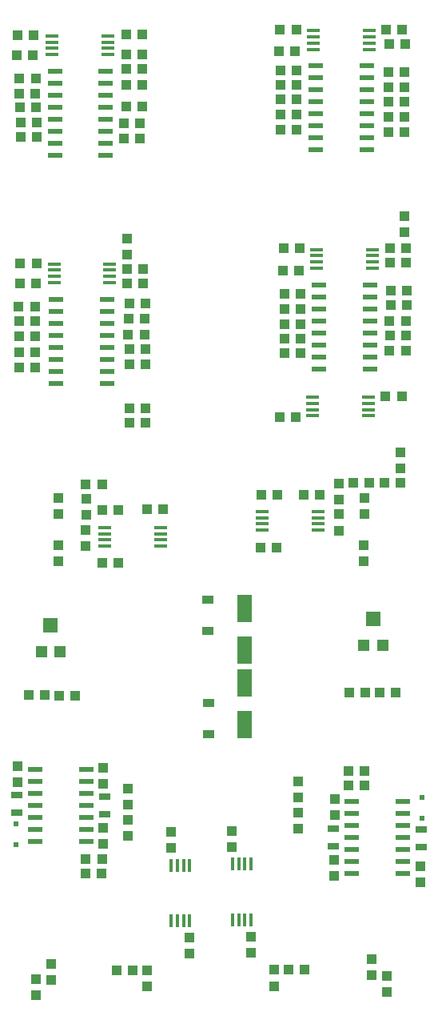
<source format=gbr>
G04 #@! TF.GenerationSoftware,KiCad,Pcbnew,(5.1.2-1)-1*
G04 #@! TF.CreationDate,2019-08-30T11:49:53-07:00*
G04 #@! TF.ProjectId,dualdrum,6475616c-6472-4756-9d2e-6b696361645f,rev?*
G04 #@! TF.SameCoordinates,Original*
G04 #@! TF.FileFunction,Paste,Top*
G04 #@! TF.FilePolarity,Positive*
%FSLAX46Y46*%
G04 Gerber Fmt 4.6, Leading zero omitted, Abs format (unit mm)*
G04 Created by KiCad (PCBNEW (5.1.2-1)-1) date 2019-08-30 11:49:53*
%MOMM*%
%LPD*%
G04 APERTURE LIST*
%ADD10R,1.450000X0.450000*%
%ADD11R,1.000000X1.000000*%
%ADD12R,0.450000X1.450000*%
%ADD13R,1.200000X1.200000*%
%ADD14R,1.600000X1.500000*%
%ADD15R,1.500000X0.600000*%
%ADD16R,1.200000X0.900000*%
%ADD17R,0.500000X0.500000*%
%ADD18R,1.600000X3.000000*%
%ADD19R,1.300000X0.700000*%
G04 APERTURE END LIST*
D10*
X40623280Y67967500D03*
X40623280Y67317500D03*
X40623280Y66667500D03*
X40623280Y66017500D03*
X34723280Y66017500D03*
X34723280Y66667500D03*
X34723280Y67317500D03*
X34723280Y67967500D03*
D11*
X3406580Y104115500D03*
X5106580Y104115500D03*
X5427980Y4788800D03*
X5427980Y6488800D03*
X42550080Y5119000D03*
X42550080Y6819000D03*
X10686680Y17665700D03*
X12386680Y17665700D03*
X40225080Y28448000D03*
X38525080Y28448000D03*
D12*
X21706480Y12607500D03*
X21056480Y12607500D03*
X20406480Y12607500D03*
X19756480Y12607500D03*
X19756480Y18507500D03*
X20406480Y18507500D03*
X21056480Y18507500D03*
X21706480Y18507500D03*
X28183480Y12721800D03*
X27533480Y12721800D03*
X26883480Y12721800D03*
X26233480Y12721800D03*
X26233480Y18621800D03*
X26883480Y18621800D03*
X27533480Y18621800D03*
X28183480Y18621800D03*
D10*
X12693080Y52250100D03*
X12693080Y52900100D03*
X12693080Y53550100D03*
X12693080Y54200100D03*
X18593080Y54200100D03*
X18593080Y53550100D03*
X18593080Y52900100D03*
X18593080Y52250100D03*
X35260480Y55891400D03*
X35260480Y55241400D03*
X35260480Y54591400D03*
X35260480Y53941400D03*
X29360480Y53941400D03*
X29360480Y54591400D03*
X29360480Y55241400D03*
X29360480Y55891400D03*
X13220880Y82090500D03*
X13220880Y81440500D03*
X13220880Y80790500D03*
X13220880Y80140500D03*
X7320880Y80140500D03*
X7320880Y80790500D03*
X7320880Y81440500D03*
X7320880Y82090500D03*
X13006580Y106190500D03*
X13006580Y105540500D03*
X13006580Y104890500D03*
X13006580Y104240500D03*
X7106580Y104240500D03*
X7106580Y104890500D03*
X7106580Y105540500D03*
X7106580Y106190500D03*
X41033680Y83606900D03*
X41033680Y82956900D03*
X41033680Y82306900D03*
X41033680Y81656900D03*
X35133680Y81656900D03*
X35133680Y82306900D03*
X35133680Y82956900D03*
X35133680Y83606900D03*
X40691180Y106740660D03*
X40691180Y106090660D03*
X40691180Y105440660D03*
X40691180Y104790660D03*
X34791180Y104790660D03*
X34791180Y105440660D03*
X34791180Y106090660D03*
X34791180Y106740660D03*
D13*
X7964680Y41106900D03*
X5964680Y41106900D03*
D14*
X6964680Y43881900D03*
D13*
X42127680Y41741900D03*
X40127680Y41741900D03*
D14*
X41127680Y44516900D03*
D11*
X5460880Y82185500D03*
X3760880Y82185500D03*
X15070880Y79995500D03*
X16770880Y79995500D03*
X3600880Y74435500D03*
X5300880Y74435500D03*
X5310880Y76005500D03*
X3610880Y76005500D03*
X15190880Y74615500D03*
X16890880Y74615500D03*
X7015480Y8076300D03*
X7015480Y6376300D03*
X3590880Y77575500D03*
X5290880Y77575500D03*
X15240880Y76295500D03*
X16940880Y76295500D03*
X17000880Y77915500D03*
X15300880Y77915500D03*
X15625180Y7416800D03*
X13925180Y7416800D03*
X17022180Y66840100D03*
X15322180Y66840100D03*
X10699380Y19189700D03*
X12399380Y19189700D03*
X5126580Y106315500D03*
X3426580Y106315500D03*
X10713080Y57245100D03*
X10713080Y55545100D03*
X12413080Y56025100D03*
X14113080Y56025100D03*
X17200880Y5715000D03*
X17200880Y7415000D03*
X9554580Y36461700D03*
X7854580Y36461700D03*
X12527280Y20765400D03*
X12527280Y22465400D03*
X14956580Y104265500D03*
X16656580Y104265500D03*
X7777480Y50648500D03*
X7777480Y52348500D03*
X3686580Y98615500D03*
X5386580Y98615500D03*
X5366580Y100105500D03*
X3666580Y100105500D03*
X15006580Y98725500D03*
X16706580Y98725500D03*
X7802880Y57352300D03*
X7802880Y55652300D03*
X3676580Y101675500D03*
X5376580Y101675500D03*
X14996580Y101005500D03*
X16696580Y101005500D03*
X3484880Y27305900D03*
X3484880Y29005900D03*
X15181580Y21629000D03*
X15181580Y23329000D03*
X16646580Y102695500D03*
X14946580Y102695500D03*
X4641480Y36474400D03*
X6341480Y36474400D03*
X15067280Y83109700D03*
X15067280Y84809700D03*
X33328980Y83743800D03*
X31628980Y83743800D03*
X42893680Y82191900D03*
X44593680Y82191900D03*
X31753680Y75731900D03*
X33453680Y75731900D03*
X33473680Y77331900D03*
X31773680Y77331900D03*
X42873680Y76061900D03*
X44573680Y76061900D03*
X31763680Y78891900D03*
X33463680Y78891900D03*
X43033680Y77701900D03*
X44733680Y77701900D03*
X40975280Y8546200D03*
X40975280Y6846200D03*
X44733680Y79291900D03*
X43033680Y79291900D03*
X44010580Y62165600D03*
X44010580Y60465600D03*
X32973380Y106895900D03*
X31273380Y106895900D03*
X37480480Y58886400D03*
X37480480Y57186400D03*
X30970480Y57656400D03*
X29270480Y57656400D03*
X32200480Y7429500D03*
X33900480Y7429500D03*
X42817680Y105359200D03*
X44517680Y105359200D03*
X40225080Y26949400D03*
X38525080Y26949400D03*
X40137080Y50648500D03*
X40137080Y52348500D03*
X30662880Y5728600D03*
X30662880Y7428600D03*
X31301180Y99485660D03*
X33001180Y99485660D03*
X33001180Y101015660D03*
X31301180Y101015660D03*
X43539780Y36741100D03*
X41839780Y36741100D03*
X42761180Y99215660D03*
X44461180Y99215660D03*
X37038280Y25488000D03*
X37038280Y23788000D03*
X40213280Y57352300D03*
X40213280Y55652300D03*
X31291180Y102565660D03*
X32991180Y102565660D03*
X42761180Y100765660D03*
X44461180Y100765660D03*
X33190180Y22403700D03*
X33190180Y24103700D03*
X44471180Y102345660D03*
X42771180Y102345660D03*
X46131480Y16663300D03*
X46131480Y18363300D03*
X38575880Y36741100D03*
X40275880Y36741100D03*
X44480480Y85446500D03*
X44480480Y87146500D03*
D15*
X12920880Y78310500D03*
X12920880Y77040500D03*
X12920880Y75770500D03*
X12920880Y74500500D03*
X12920880Y73230500D03*
X12920880Y71960500D03*
X12920880Y70690500D03*
X12920880Y69420500D03*
X7520880Y69420500D03*
X7520880Y70690500D03*
X7520880Y71960500D03*
X7520880Y73230500D03*
X7520880Y74500500D03*
X7520880Y75770500D03*
X7520880Y77040500D03*
X7520880Y78310500D03*
X12806580Y102460500D03*
X12806580Y101190500D03*
X12806580Y99920500D03*
X12806580Y98650500D03*
X12806580Y97380500D03*
X12806580Y96110500D03*
X12806580Y94840500D03*
X12806580Y93570500D03*
X7406580Y93570500D03*
X7406580Y94840500D03*
X7406580Y96110500D03*
X7406580Y97380500D03*
X7406580Y98650500D03*
X7406580Y99920500D03*
X7406580Y101190500D03*
X7406580Y102460500D03*
X40793680Y79866900D03*
X40793680Y78596900D03*
X40793680Y77326900D03*
X40793680Y76056900D03*
X40793680Y74786900D03*
X40793680Y73516900D03*
X40793680Y72246900D03*
X40793680Y70976900D03*
X35393680Y70976900D03*
X35393680Y72246900D03*
X35393680Y73516900D03*
X35393680Y74786900D03*
X35393680Y76056900D03*
X35393680Y77326900D03*
X35393680Y78596900D03*
X35393680Y79866900D03*
X40451180Y103020660D03*
X40451180Y101750660D03*
X40451180Y100480660D03*
X40451180Y99210660D03*
X40451180Y97940660D03*
X40451180Y96670660D03*
X40451180Y95400660D03*
X40451180Y94130660D03*
X35051180Y94130660D03*
X35051180Y95400660D03*
X35051180Y96670660D03*
X35051180Y97940660D03*
X35051180Y99210660D03*
X35051180Y100480660D03*
X35051180Y101750660D03*
X35051180Y103020660D03*
D16*
X23718180Y35632700D03*
X23718180Y32332700D03*
X23658180Y46620700D03*
X23658180Y43320700D03*
D17*
X3307080Y20667800D03*
X3307080Y22867800D03*
X46271180Y25661800D03*
X46271180Y23461800D03*
D15*
X10705080Y28670800D03*
X10705080Y27400800D03*
X10705080Y26130800D03*
X10705080Y24860800D03*
X10705080Y23590800D03*
X10705080Y22320800D03*
X10705080Y21050800D03*
X5305080Y21050800D03*
X5305080Y22320800D03*
X5305080Y23590800D03*
X5305080Y24860800D03*
X5305080Y26130800D03*
X5305080Y27400800D03*
X5305080Y28670800D03*
X38862980Y17619900D03*
X38862980Y18889900D03*
X38862980Y20159900D03*
X38862980Y21429900D03*
X38862980Y22699900D03*
X38862980Y23969900D03*
X38862980Y25239900D03*
X44262980Y25239900D03*
X44262980Y23969900D03*
X44262980Y22699900D03*
X44262980Y21429900D03*
X44262980Y20159900D03*
X44262980Y18889900D03*
X44262980Y17619900D03*
D11*
X17153080Y56115100D03*
X18853080Y56115100D03*
X14163080Y50485100D03*
X12463080Y50485100D03*
X30900480Y52066400D03*
X29200480Y52066400D03*
X33790480Y57656400D03*
X35490480Y57656400D03*
X31209880Y65874900D03*
X32909880Y65874900D03*
X44150280Y68084700D03*
X42450280Y68084700D03*
X19753580Y22046300D03*
X19753580Y20346300D03*
X28186380Y9221100D03*
X28186380Y10921100D03*
X12539980Y27140800D03*
X12539980Y28840800D03*
X16696580Y106345500D03*
X14996580Y106345500D03*
X31603680Y81343500D03*
X33303680Y81343500D03*
X44593680Y83751900D03*
X42893680Y83751900D03*
X31159080Y104597200D03*
X32859080Y104597200D03*
X44201180Y106865660D03*
X42501180Y106865660D03*
X26179780Y22109800D03*
X26179780Y20409800D03*
X21696680Y9119500D03*
X21696680Y10819500D03*
X3750880Y80005500D03*
X5450880Y80005500D03*
X16790880Y81555500D03*
X15090880Y81555500D03*
D18*
X27548180Y33372700D03*
X27548180Y37772700D03*
D11*
X37025580Y19074500D03*
X37025580Y17374500D03*
D18*
X27548180Y41246700D03*
X27548180Y45646700D03*
D11*
X3625480Y71158100D03*
X5325480Y71158100D03*
X3836580Y95545500D03*
X5536580Y95545500D03*
X31743680Y72621900D03*
X33443680Y72621900D03*
X31291180Y96305660D03*
X32991180Y96305660D03*
X16984080Y71513700D03*
X15284080Y71513700D03*
X16436580Y95375500D03*
X14736580Y95375500D03*
X44573680Y72921900D03*
X42873680Y72921900D03*
X44461180Y96055660D03*
X42761180Y96055660D03*
X3640880Y72735500D03*
X5340880Y72735500D03*
X16980880Y73115500D03*
X15280880Y73115500D03*
D19*
X12679680Y25765800D03*
X12679680Y23865800D03*
D11*
X15322180Y65278000D03*
X17022180Y65278000D03*
X10673080Y52245100D03*
X10673080Y53945100D03*
X3806580Y97065500D03*
X5506580Y97065500D03*
X16436580Y96945500D03*
X14736580Y96945500D03*
X12399380Y58788300D03*
X10699380Y58788300D03*
D19*
X3357880Y24030900D03*
X3357880Y25930900D03*
D11*
X15143480Y24931000D03*
X15143480Y26631000D03*
X31753680Y74171900D03*
X33453680Y74171900D03*
X44583680Y74481900D03*
X42883680Y74481900D03*
X44035080Y58915300D03*
X42335080Y58915300D03*
D19*
X36898580Y20474900D03*
X36898580Y22374900D03*
D11*
X37480480Y55606400D03*
X37480480Y53906400D03*
X31301180Y97875660D03*
X33001180Y97875660D03*
X44471180Y97645660D03*
X42771180Y97645660D03*
X40745780Y58915300D03*
X39045780Y58915300D03*
D19*
X46245780Y22324100D03*
X46245780Y20424100D03*
D11*
X33152080Y25642200D03*
X33152080Y27342200D03*
M02*

</source>
